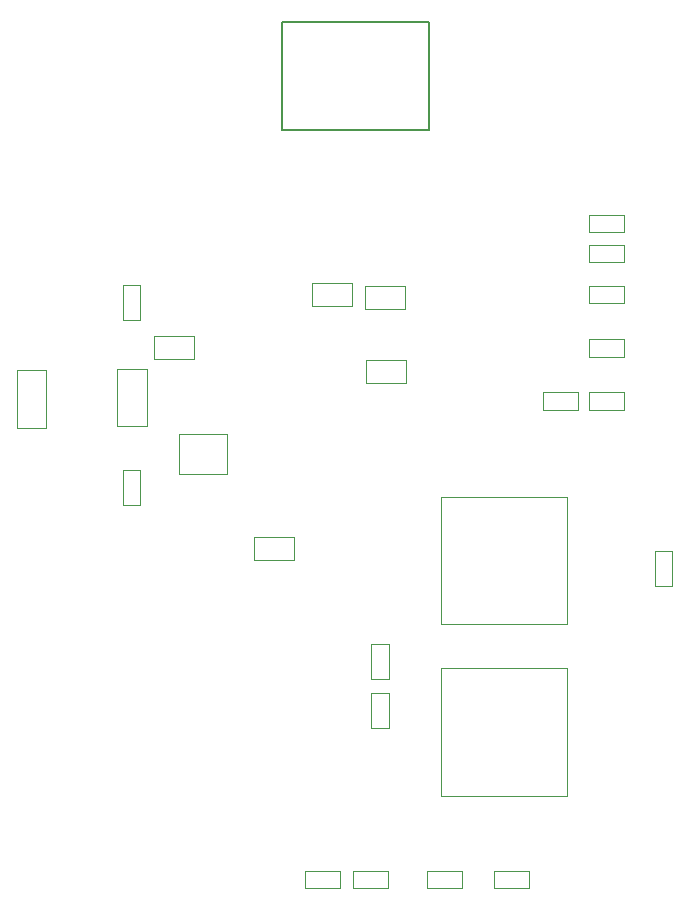
<source format=gbr>
%TF.GenerationSoftware,KiCad,Pcbnew,8.0.5*%
%TF.CreationDate,2024-10-10T13:47:41+03:00*%
%TF.ProjectId,kek,6b656b2e-6b69-4636-9164-5f7063625858,rev?*%
%TF.SameCoordinates,Original*%
%TF.FileFunction,Other,User*%
%FSLAX46Y46*%
G04 Gerber Fmt 4.6, Leading zero omitted, Abs format (unit mm)*
G04 Created by KiCad (PCBNEW 8.0.5) date 2024-10-10 13:47:41*
%MOMM*%
%LPD*%
G01*
G04 APERTURE LIST*
%ADD10C,0.050000*%
%ADD11C,0.127000*%
G04 APERTURE END LIST*
D10*
%TO.C,DA1*%
X118950000Y-99800000D02*
X118950000Y-103200000D01*
X118950000Y-103200000D02*
X123050000Y-103200000D01*
X123050000Y-99800000D02*
X118950000Y-99800000D01*
X123050000Y-103200000D02*
X123050000Y-99800000D01*
%TO.C,R8*%
X159270000Y-109695000D02*
X160730000Y-109695000D01*
X159270000Y-112655000D02*
X159270000Y-109695000D01*
X160730000Y-109695000D02*
X160730000Y-112655000D01*
X160730000Y-112655000D02*
X159270000Y-112655000D01*
%TO.C,R2*%
X153675000Y-83750000D02*
X156635000Y-83750000D01*
X153675000Y-85210000D02*
X153675000Y-83750000D01*
X156635000Y-83750000D02*
X156635000Y-85210000D01*
X156635000Y-85210000D02*
X153675000Y-85210000D01*
%TO.C,R5*%
X149845000Y-96270000D02*
X152805000Y-96270000D01*
X149845000Y-97730000D02*
X149845000Y-96270000D01*
X152805000Y-96270000D02*
X152805000Y-97730000D01*
X152805000Y-97730000D02*
X149845000Y-97730000D01*
%TO.C,DA2*%
X141150000Y-105100000D02*
X141150000Y-115900000D01*
X141150000Y-115900000D02*
X151850000Y-115900000D01*
X151850000Y-105100000D02*
X141150000Y-105100000D01*
X151850000Y-115900000D02*
X151850000Y-105100000D01*
%TO.C,C4*%
X134850000Y-93520000D02*
X138250000Y-93520000D01*
X134850000Y-95480000D02*
X134850000Y-93520000D01*
X138250000Y-93520000D02*
X138250000Y-95480000D01*
X138250000Y-95480000D02*
X134850000Y-95480000D01*
%TO.C,R1*%
X153675000Y-81240000D02*
X156635000Y-81240000D01*
X153675000Y-82700000D02*
X153675000Y-81240000D01*
X156635000Y-81240000D02*
X156635000Y-82700000D01*
X156635000Y-82700000D02*
X153675000Y-82700000D01*
%TO.C,VD1*%
X105250000Y-94410000D02*
X105250000Y-99250000D01*
X105250000Y-99250000D02*
X107750000Y-99250000D01*
X107750000Y-94410000D02*
X105250000Y-94410000D01*
X107750000Y-99250000D02*
X107750000Y-94410000D01*
%TO.C,R7*%
X153695000Y-87270000D02*
X156655000Y-87270000D01*
X153695000Y-88730000D02*
X153695000Y-87270000D01*
X156655000Y-87270000D02*
X156655000Y-88730000D01*
X156655000Y-88730000D02*
X153695000Y-88730000D01*
%TO.C,R14*%
X140020000Y-136770000D02*
X142980000Y-136770000D01*
X140020000Y-138230000D02*
X140020000Y-136770000D01*
X142980000Y-136770000D02*
X142980000Y-138230000D01*
X142980000Y-138230000D02*
X140020000Y-138230000D01*
%TO.C,VD2*%
X113750000Y-94250000D02*
X113750000Y-99090000D01*
X113750000Y-99090000D02*
X116250000Y-99090000D01*
X116250000Y-94250000D02*
X113750000Y-94250000D01*
X116250000Y-99090000D02*
X116250000Y-94250000D01*
%TO.C,DA3*%
X141150000Y-119600000D02*
X141150000Y-130400000D01*
X141150000Y-130400000D02*
X151850000Y-130400000D01*
X151850000Y-119600000D02*
X141150000Y-119600000D01*
X151850000Y-130400000D02*
X151850000Y-119600000D01*
%TO.C,C2*%
X116850000Y-91520000D02*
X120250000Y-91520000D01*
X116850000Y-93480000D02*
X116850000Y-91520000D01*
X120250000Y-91520000D02*
X120250000Y-93480000D01*
X120250000Y-93480000D02*
X116850000Y-93480000D01*
D11*
%TO.C,X1*%
X127687750Y-64937500D02*
X127687750Y-74062500D01*
X127687750Y-64937500D02*
X140187750Y-64937500D01*
X127687750Y-74062500D02*
X140187750Y-74062500D01*
X140187750Y-64937500D02*
X140187750Y-74062500D01*
D10*
%TO.C,C5*%
X125350000Y-108520000D02*
X128750000Y-108520000D01*
X125350000Y-110480000D02*
X125350000Y-108520000D01*
X128750000Y-108520000D02*
X128750000Y-110480000D01*
X128750000Y-110480000D02*
X125350000Y-110480000D01*
%TO.C,R15*%
X114270000Y-102845000D02*
X115730000Y-102845000D01*
X114270000Y-105805000D02*
X114270000Y-102845000D01*
X115730000Y-102845000D02*
X115730000Y-105805000D01*
X115730000Y-105805000D02*
X114270000Y-105805000D01*
%TO.C,C1*%
X130250000Y-87020000D02*
X133650000Y-87020000D01*
X130250000Y-88980000D02*
X130250000Y-87020000D01*
X133650000Y-87020000D02*
X133650000Y-88980000D01*
X133650000Y-88980000D02*
X130250000Y-88980000D01*
%TO.C,R13*%
X145695000Y-136770000D02*
X148655000Y-136770000D01*
X145695000Y-138230000D02*
X145695000Y-136770000D01*
X148655000Y-136770000D02*
X148655000Y-138230000D01*
X148655000Y-138230000D02*
X145695000Y-138230000D01*
%TO.C,R12*%
X135270000Y-121695000D02*
X136730000Y-121695000D01*
X135270000Y-124655000D02*
X135270000Y-121695000D01*
X136730000Y-121695000D02*
X136730000Y-124655000D01*
X136730000Y-124655000D02*
X135270000Y-124655000D01*
%TO.C,R4*%
X153695000Y-96270000D02*
X156655000Y-96270000D01*
X153695000Y-97730000D02*
X153695000Y-96270000D01*
X156655000Y-96270000D02*
X156655000Y-97730000D01*
X156655000Y-97730000D02*
X153695000Y-97730000D01*
%TO.C,R10*%
X129695000Y-136770000D02*
X132655000Y-136770000D01*
X129695000Y-138230000D02*
X129695000Y-136770000D01*
X132655000Y-136770000D02*
X132655000Y-138230000D01*
X132655000Y-138230000D02*
X129695000Y-138230000D01*
%TO.C,R11*%
X133695000Y-136770000D02*
X136655000Y-136770000D01*
X133695000Y-138230000D02*
X133695000Y-136770000D01*
X136655000Y-136770000D02*
X136655000Y-138230000D01*
X136655000Y-138230000D02*
X133695000Y-138230000D01*
%TO.C,C3*%
X134725000Y-87260000D02*
X138125000Y-87260000D01*
X134725000Y-89220000D02*
X134725000Y-87260000D01*
X138125000Y-87260000D02*
X138125000Y-89220000D01*
X138125000Y-89220000D02*
X134725000Y-89220000D01*
%TO.C,R9*%
X135270000Y-117545000D02*
X136730000Y-117545000D01*
X135270000Y-120505000D02*
X135270000Y-117545000D01*
X136730000Y-117545000D02*
X136730000Y-120505000D01*
X136730000Y-120505000D02*
X135270000Y-120505000D01*
%TO.C,R6*%
X114270000Y-87195000D02*
X115730000Y-87195000D01*
X114270000Y-90155000D02*
X114270000Y-87195000D01*
X115730000Y-87195000D02*
X115730000Y-90155000D01*
X115730000Y-90155000D02*
X114270000Y-90155000D01*
%TO.C,R3*%
X153695000Y-91770000D02*
X156655000Y-91770000D01*
X153695000Y-93230000D02*
X153695000Y-91770000D01*
X156655000Y-91770000D02*
X156655000Y-93230000D01*
X156655000Y-93230000D02*
X153695000Y-93230000D01*
%TD*%
M02*

</source>
